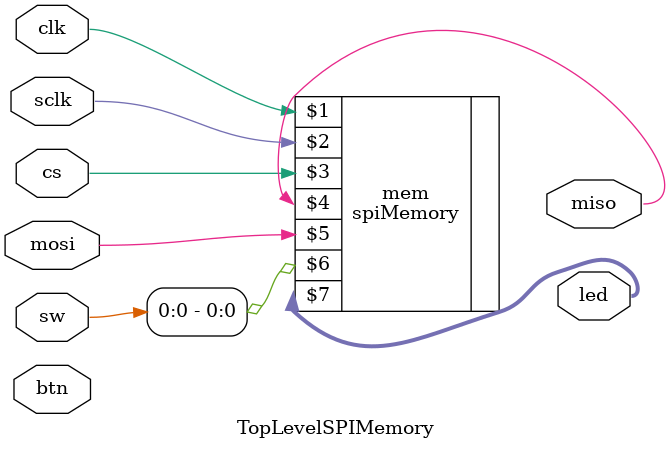
<source format=v>
module TopLevelSPIMemory(sclk, miso, mosi, cs, led, clk, sw, btn);
// SPI inputs / outputs - all in leftmost GPIO bank
// GND is pin 5, VCC is pin 6
input sclk; // GPIO pin 1
output miso; // GPIO pin 2
input mosi; // GPIO pin 3
input cs; // GPIO pin 4

// 50MHz system clock and other peripherals
input clk;
input[7:0] sw;
input[3:0] btn;
output [7:0] led;

spiMemory mem (clk, sclk, cs, miso, mosi, sw[0], led);

endmodule
</source>
